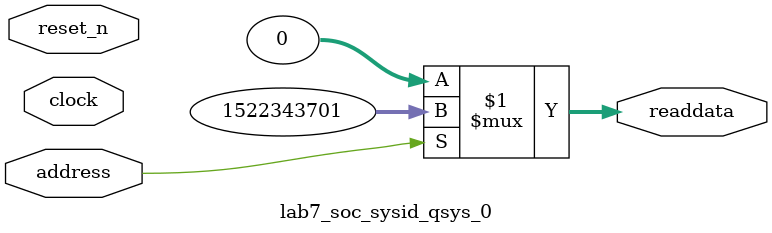
<source format=v>

`timescale 1ns / 1ps
// synthesis translate_on

// turn off superfluous verilog processor warnings 
// altera message_level Level1 
// altera message_off 10034 10035 10036 10037 10230 10240 10030 

module lab7_soc_sysid_qsys_0 (
               // inputs:
                address,
                clock,
                reset_n,

               // outputs:
                readdata
             )
;

  output  [ 31: 0] readdata;
  input            address;
  input            clock;
  input            reset_n;

  wire    [ 31: 0] readdata;
  //control_slave, which is an e_avalon_slave
  assign readdata = address ? 1522343701 : 0;

endmodule




</source>
